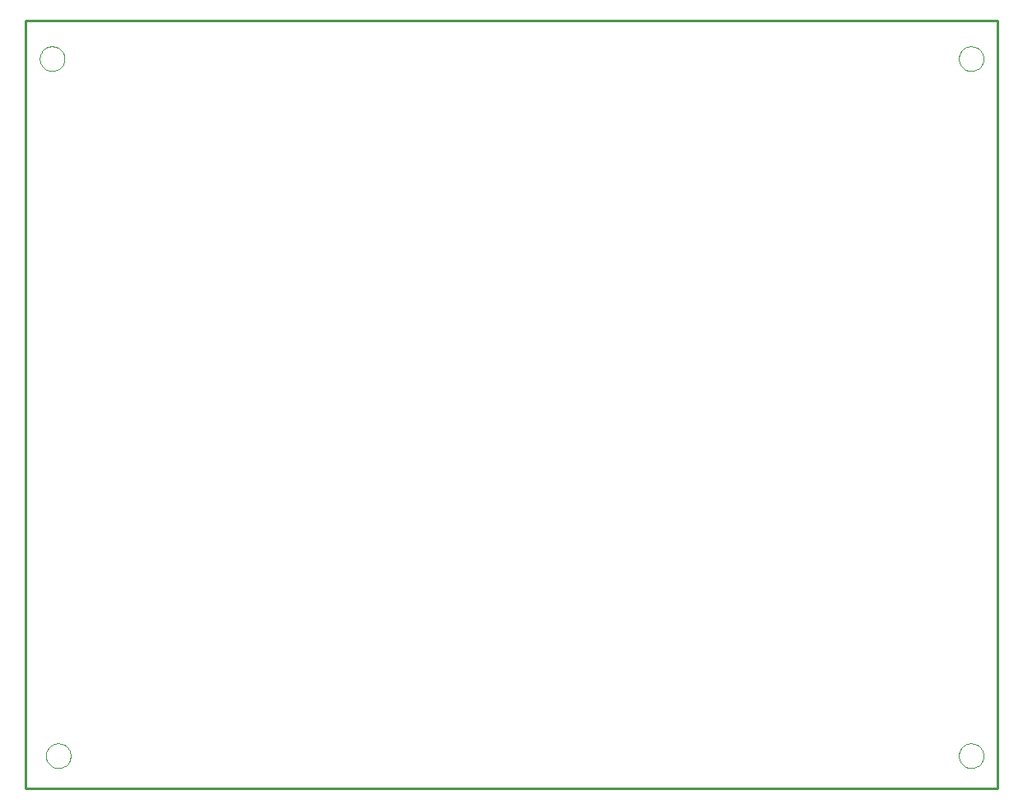
<source format=gbr>
G75*
G70*
%OFA0B0*%
%FSLAX24Y24*%
%IPPOS*%
%LPD*%
%AMOC8*
5,1,8,0,0,1.08239X$1,22.5*
%
%ADD10C,0.0100*%
%ADD11C,0.0000*%
D10*
X000927Y002338D02*
X000927Y033441D01*
X040297Y033441D01*
X040297Y002338D01*
X040302Y002338D01*
X040297Y002338D02*
X000932Y002338D01*
D11*
X001752Y003663D02*
X001754Y003708D01*
X001760Y003754D01*
X001771Y003798D01*
X001785Y003841D01*
X001803Y003883D01*
X001825Y003923D01*
X001850Y003961D01*
X001879Y003996D01*
X001911Y004028D01*
X001945Y004058D01*
X001983Y004084D01*
X002022Y004107D01*
X002063Y004126D01*
X002106Y004141D01*
X002150Y004153D01*
X002195Y004160D01*
X002241Y004163D01*
X002286Y004162D01*
X002331Y004157D01*
X002376Y004147D01*
X002419Y004134D01*
X002462Y004117D01*
X002502Y004096D01*
X002540Y004071D01*
X002576Y004044D01*
X002610Y004013D01*
X002640Y003979D01*
X002667Y003942D01*
X002691Y003903D01*
X002711Y003862D01*
X002727Y003820D01*
X002739Y003776D01*
X002747Y003731D01*
X002751Y003686D01*
X002751Y003640D01*
X002747Y003595D01*
X002739Y003550D01*
X002727Y003506D01*
X002711Y003464D01*
X002691Y003423D01*
X002667Y003384D01*
X002640Y003347D01*
X002610Y003313D01*
X002576Y003282D01*
X002540Y003255D01*
X002502Y003230D01*
X002462Y003209D01*
X002419Y003192D01*
X002376Y003179D01*
X002331Y003169D01*
X002286Y003164D01*
X002241Y003163D01*
X002195Y003166D01*
X002150Y003173D01*
X002106Y003185D01*
X002063Y003200D01*
X002022Y003219D01*
X001983Y003242D01*
X001945Y003268D01*
X001911Y003298D01*
X001879Y003330D01*
X001850Y003365D01*
X001825Y003403D01*
X001803Y003443D01*
X001785Y003485D01*
X001771Y003528D01*
X001760Y003572D01*
X001754Y003618D01*
X001752Y003663D01*
X001502Y031897D02*
X001504Y031942D01*
X001510Y031988D01*
X001521Y032032D01*
X001535Y032075D01*
X001553Y032117D01*
X001575Y032157D01*
X001600Y032195D01*
X001629Y032230D01*
X001661Y032262D01*
X001695Y032292D01*
X001733Y032318D01*
X001772Y032341D01*
X001813Y032360D01*
X001856Y032375D01*
X001900Y032387D01*
X001945Y032394D01*
X001991Y032397D01*
X002036Y032396D01*
X002081Y032391D01*
X002126Y032381D01*
X002169Y032368D01*
X002212Y032351D01*
X002252Y032330D01*
X002290Y032305D01*
X002326Y032278D01*
X002360Y032247D01*
X002390Y032213D01*
X002417Y032176D01*
X002441Y032137D01*
X002461Y032096D01*
X002477Y032054D01*
X002489Y032010D01*
X002497Y031965D01*
X002501Y031920D01*
X002501Y031874D01*
X002497Y031829D01*
X002489Y031784D01*
X002477Y031740D01*
X002461Y031698D01*
X002441Y031657D01*
X002417Y031618D01*
X002390Y031581D01*
X002360Y031547D01*
X002326Y031516D01*
X002290Y031489D01*
X002252Y031464D01*
X002212Y031443D01*
X002169Y031426D01*
X002126Y031413D01*
X002081Y031403D01*
X002036Y031398D01*
X001991Y031397D01*
X001945Y031400D01*
X001900Y031407D01*
X001856Y031419D01*
X001813Y031434D01*
X001772Y031453D01*
X001733Y031476D01*
X001695Y031502D01*
X001661Y031532D01*
X001629Y031564D01*
X001600Y031599D01*
X001575Y031637D01*
X001553Y031677D01*
X001535Y031719D01*
X001521Y031762D01*
X001510Y031806D01*
X001504Y031852D01*
X001502Y031897D01*
X038723Y031897D02*
X038725Y031942D01*
X038731Y031988D01*
X038742Y032032D01*
X038756Y032075D01*
X038774Y032117D01*
X038796Y032157D01*
X038821Y032195D01*
X038850Y032230D01*
X038882Y032262D01*
X038916Y032292D01*
X038954Y032318D01*
X038993Y032341D01*
X039034Y032360D01*
X039077Y032375D01*
X039121Y032387D01*
X039166Y032394D01*
X039212Y032397D01*
X039257Y032396D01*
X039302Y032391D01*
X039347Y032381D01*
X039390Y032368D01*
X039433Y032351D01*
X039473Y032330D01*
X039511Y032305D01*
X039547Y032278D01*
X039581Y032247D01*
X039611Y032213D01*
X039638Y032176D01*
X039662Y032137D01*
X039682Y032096D01*
X039698Y032054D01*
X039710Y032010D01*
X039718Y031965D01*
X039722Y031920D01*
X039722Y031874D01*
X039718Y031829D01*
X039710Y031784D01*
X039698Y031740D01*
X039682Y031698D01*
X039662Y031657D01*
X039638Y031618D01*
X039611Y031581D01*
X039581Y031547D01*
X039547Y031516D01*
X039511Y031489D01*
X039473Y031464D01*
X039433Y031443D01*
X039390Y031426D01*
X039347Y031413D01*
X039302Y031403D01*
X039257Y031398D01*
X039212Y031397D01*
X039166Y031400D01*
X039121Y031407D01*
X039077Y031419D01*
X039034Y031434D01*
X038993Y031453D01*
X038954Y031476D01*
X038916Y031502D01*
X038882Y031532D01*
X038850Y031564D01*
X038821Y031599D01*
X038796Y031637D01*
X038774Y031677D01*
X038756Y031719D01*
X038742Y031762D01*
X038731Y031806D01*
X038725Y031852D01*
X038723Y031897D01*
X038723Y003663D02*
X038725Y003708D01*
X038731Y003754D01*
X038742Y003798D01*
X038756Y003841D01*
X038774Y003883D01*
X038796Y003923D01*
X038821Y003961D01*
X038850Y003996D01*
X038882Y004028D01*
X038916Y004058D01*
X038954Y004084D01*
X038993Y004107D01*
X039034Y004126D01*
X039077Y004141D01*
X039121Y004153D01*
X039166Y004160D01*
X039212Y004163D01*
X039257Y004162D01*
X039302Y004157D01*
X039347Y004147D01*
X039390Y004134D01*
X039433Y004117D01*
X039473Y004096D01*
X039511Y004071D01*
X039547Y004044D01*
X039581Y004013D01*
X039611Y003979D01*
X039638Y003942D01*
X039662Y003903D01*
X039682Y003862D01*
X039698Y003820D01*
X039710Y003776D01*
X039718Y003731D01*
X039722Y003686D01*
X039722Y003640D01*
X039718Y003595D01*
X039710Y003550D01*
X039698Y003506D01*
X039682Y003464D01*
X039662Y003423D01*
X039638Y003384D01*
X039611Y003347D01*
X039581Y003313D01*
X039547Y003282D01*
X039511Y003255D01*
X039473Y003230D01*
X039433Y003209D01*
X039390Y003192D01*
X039347Y003179D01*
X039302Y003169D01*
X039257Y003164D01*
X039212Y003163D01*
X039166Y003166D01*
X039121Y003173D01*
X039077Y003185D01*
X039034Y003200D01*
X038993Y003219D01*
X038954Y003242D01*
X038916Y003268D01*
X038882Y003298D01*
X038850Y003330D01*
X038821Y003365D01*
X038796Y003403D01*
X038774Y003443D01*
X038756Y003485D01*
X038742Y003528D01*
X038731Y003572D01*
X038725Y003618D01*
X038723Y003663D01*
M02*

</source>
